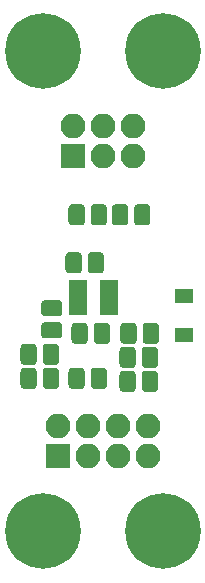
<source format=gbr>
G04 #@! TF.GenerationSoftware,KiCad,Pcbnew,(6.0.0-rc1-dev-205-gc0615c5ef)*
G04 #@! TF.CreationDate,2019-09-06T07:46:29+02:00*
G04 #@! TF.ProjectId,LT3483,4C54333438332E6B696361645F706362,v01*
G04 #@! TF.SameCoordinates,Original*
G04 #@! TF.FileFunction,Soldermask,Top*
G04 #@! TF.FilePolarity,Negative*
%FSLAX46Y46*%
G04 Gerber Fmt 4.6, Leading zero omitted, Abs format (unit mm)*
G04 Created by KiCad (PCBNEW (6.0.0-rc1-dev-205-gc0615c5ef)) date 09/06/19 07:46:29*
%MOMM*%
%LPD*%
G01*
G04 APERTURE LIST*
%ADD10R,1.600000X1.300000*%
%ADD11R,1.620000X1.050000*%
%ADD12C,0.100000*%
%ADD13C,1.375000*%
%ADD14C,6.400000*%
%ADD15R,2.100000X2.100000*%
%ADD16O,2.100000X2.100000*%
G04 APERTURE END LIST*
D10*
G04 #@! TO.C,D1*
X184658000Y-112142000D03*
X184658000Y-115442000D03*
G04 #@! TD*
D11*
G04 #@! TO.C,U1*
X175728000Y-111318000D03*
X175728000Y-112268000D03*
X175728000Y-113218000D03*
X178348000Y-113218000D03*
X178348000Y-112268000D03*
X178348000Y-111318000D03*
G04 #@! TD*
D12*
G04 #@! TO.C,C4*
G36*
X174071943Y-114376155D02*
X174105312Y-114381105D01*
X174138035Y-114389302D01*
X174169797Y-114400666D01*
X174200293Y-114415090D01*
X174229227Y-114432432D01*
X174256323Y-114452528D01*
X174281318Y-114475182D01*
X174303972Y-114500177D01*
X174324068Y-114527273D01*
X174341410Y-114556207D01*
X174355834Y-114586703D01*
X174367198Y-114618465D01*
X174375395Y-114651188D01*
X174380345Y-114684557D01*
X174382000Y-114718250D01*
X174382000Y-115405750D01*
X174380345Y-115439443D01*
X174375395Y-115472812D01*
X174367198Y-115505535D01*
X174355834Y-115537297D01*
X174341410Y-115567793D01*
X174324068Y-115596727D01*
X174303972Y-115623823D01*
X174281318Y-115648818D01*
X174256323Y-115671472D01*
X174229227Y-115691568D01*
X174200293Y-115708910D01*
X174169797Y-115723334D01*
X174138035Y-115734698D01*
X174105312Y-115742895D01*
X174071943Y-115747845D01*
X174038250Y-115749500D01*
X172925750Y-115749500D01*
X172892057Y-115747845D01*
X172858688Y-115742895D01*
X172825965Y-115734698D01*
X172794203Y-115723334D01*
X172763707Y-115708910D01*
X172734773Y-115691568D01*
X172707677Y-115671472D01*
X172682682Y-115648818D01*
X172660028Y-115623823D01*
X172639932Y-115596727D01*
X172622590Y-115567793D01*
X172608166Y-115537297D01*
X172596802Y-115505535D01*
X172588605Y-115472812D01*
X172583655Y-115439443D01*
X172582000Y-115405750D01*
X172582000Y-114718250D01*
X172583655Y-114684557D01*
X172588605Y-114651188D01*
X172596802Y-114618465D01*
X172608166Y-114586703D01*
X172622590Y-114556207D01*
X172639932Y-114527273D01*
X172660028Y-114500177D01*
X172682682Y-114475182D01*
X172707677Y-114452528D01*
X172734773Y-114432432D01*
X172763707Y-114415090D01*
X172794203Y-114400666D01*
X172825965Y-114389302D01*
X172858688Y-114381105D01*
X172892057Y-114376155D01*
X172925750Y-114374500D01*
X174038250Y-114374500D01*
X174071943Y-114376155D01*
X174071943Y-114376155D01*
G37*
D13*
X173482000Y-115062000D03*
D12*
G36*
X174071943Y-112501155D02*
X174105312Y-112506105D01*
X174138035Y-112514302D01*
X174169797Y-112525666D01*
X174200293Y-112540090D01*
X174229227Y-112557432D01*
X174256323Y-112577528D01*
X174281318Y-112600182D01*
X174303972Y-112625177D01*
X174324068Y-112652273D01*
X174341410Y-112681207D01*
X174355834Y-112711703D01*
X174367198Y-112743465D01*
X174375395Y-112776188D01*
X174380345Y-112809557D01*
X174382000Y-112843250D01*
X174382000Y-113530750D01*
X174380345Y-113564443D01*
X174375395Y-113597812D01*
X174367198Y-113630535D01*
X174355834Y-113662297D01*
X174341410Y-113692793D01*
X174324068Y-113721727D01*
X174303972Y-113748823D01*
X174281318Y-113773818D01*
X174256323Y-113796472D01*
X174229227Y-113816568D01*
X174200293Y-113833910D01*
X174169797Y-113848334D01*
X174138035Y-113859698D01*
X174105312Y-113867895D01*
X174071943Y-113872845D01*
X174038250Y-113874500D01*
X172925750Y-113874500D01*
X172892057Y-113872845D01*
X172858688Y-113867895D01*
X172825965Y-113859698D01*
X172794203Y-113848334D01*
X172763707Y-113833910D01*
X172734773Y-113816568D01*
X172707677Y-113796472D01*
X172682682Y-113773818D01*
X172660028Y-113748823D01*
X172639932Y-113721727D01*
X172622590Y-113692793D01*
X172608166Y-113662297D01*
X172596802Y-113630535D01*
X172588605Y-113597812D01*
X172583655Y-113564443D01*
X172582000Y-113530750D01*
X172582000Y-112843250D01*
X172583655Y-112809557D01*
X172588605Y-112776188D01*
X172596802Y-112743465D01*
X172608166Y-112711703D01*
X172622590Y-112681207D01*
X172639932Y-112652273D01*
X172660028Y-112625177D01*
X172682682Y-112600182D01*
X172707677Y-112577528D01*
X172734773Y-112557432D01*
X172763707Y-112540090D01*
X172794203Y-112525666D01*
X172825965Y-112514302D01*
X172858688Y-112506105D01*
X172892057Y-112501155D01*
X172925750Y-112499500D01*
X174038250Y-112499500D01*
X174071943Y-112501155D01*
X174071943Y-112501155D01*
G37*
D13*
X173482000Y-113187000D03*
G04 #@! TD*
D12*
G04 #@! TO.C,C2*
G36*
X179652943Y-104384655D02*
X179686312Y-104389605D01*
X179719035Y-104397802D01*
X179750797Y-104409166D01*
X179781293Y-104423590D01*
X179810227Y-104440932D01*
X179837323Y-104461028D01*
X179862318Y-104483682D01*
X179884972Y-104508677D01*
X179905068Y-104535773D01*
X179922410Y-104564707D01*
X179936834Y-104595203D01*
X179948198Y-104626965D01*
X179956395Y-104659688D01*
X179961345Y-104693057D01*
X179963000Y-104726750D01*
X179963000Y-105839250D01*
X179961345Y-105872943D01*
X179956395Y-105906312D01*
X179948198Y-105939035D01*
X179936834Y-105970797D01*
X179922410Y-106001293D01*
X179905068Y-106030227D01*
X179884972Y-106057323D01*
X179862318Y-106082318D01*
X179837323Y-106104972D01*
X179810227Y-106125068D01*
X179781293Y-106142410D01*
X179750797Y-106156834D01*
X179719035Y-106168198D01*
X179686312Y-106176395D01*
X179652943Y-106181345D01*
X179619250Y-106183000D01*
X178931750Y-106183000D01*
X178898057Y-106181345D01*
X178864688Y-106176395D01*
X178831965Y-106168198D01*
X178800203Y-106156834D01*
X178769707Y-106142410D01*
X178740773Y-106125068D01*
X178713677Y-106104972D01*
X178688682Y-106082318D01*
X178666028Y-106057323D01*
X178645932Y-106030227D01*
X178628590Y-106001293D01*
X178614166Y-105970797D01*
X178602802Y-105939035D01*
X178594605Y-105906312D01*
X178589655Y-105872943D01*
X178588000Y-105839250D01*
X178588000Y-104726750D01*
X178589655Y-104693057D01*
X178594605Y-104659688D01*
X178602802Y-104626965D01*
X178614166Y-104595203D01*
X178628590Y-104564707D01*
X178645932Y-104535773D01*
X178666028Y-104508677D01*
X178688682Y-104483682D01*
X178713677Y-104461028D01*
X178740773Y-104440932D01*
X178769707Y-104423590D01*
X178800203Y-104409166D01*
X178831965Y-104397802D01*
X178864688Y-104389605D01*
X178898057Y-104384655D01*
X178931750Y-104383000D01*
X179619250Y-104383000D01*
X179652943Y-104384655D01*
X179652943Y-104384655D01*
G37*
D13*
X179275500Y-105283000D03*
D12*
G36*
X181527943Y-104384655D02*
X181561312Y-104389605D01*
X181594035Y-104397802D01*
X181625797Y-104409166D01*
X181656293Y-104423590D01*
X181685227Y-104440932D01*
X181712323Y-104461028D01*
X181737318Y-104483682D01*
X181759972Y-104508677D01*
X181780068Y-104535773D01*
X181797410Y-104564707D01*
X181811834Y-104595203D01*
X181823198Y-104626965D01*
X181831395Y-104659688D01*
X181836345Y-104693057D01*
X181838000Y-104726750D01*
X181838000Y-105839250D01*
X181836345Y-105872943D01*
X181831395Y-105906312D01*
X181823198Y-105939035D01*
X181811834Y-105970797D01*
X181797410Y-106001293D01*
X181780068Y-106030227D01*
X181759972Y-106057323D01*
X181737318Y-106082318D01*
X181712323Y-106104972D01*
X181685227Y-106125068D01*
X181656293Y-106142410D01*
X181625797Y-106156834D01*
X181594035Y-106168198D01*
X181561312Y-106176395D01*
X181527943Y-106181345D01*
X181494250Y-106183000D01*
X180806750Y-106183000D01*
X180773057Y-106181345D01*
X180739688Y-106176395D01*
X180706965Y-106168198D01*
X180675203Y-106156834D01*
X180644707Y-106142410D01*
X180615773Y-106125068D01*
X180588677Y-106104972D01*
X180563682Y-106082318D01*
X180541028Y-106057323D01*
X180520932Y-106030227D01*
X180503590Y-106001293D01*
X180489166Y-105970797D01*
X180477802Y-105939035D01*
X180469605Y-105906312D01*
X180464655Y-105872943D01*
X180463000Y-105839250D01*
X180463000Y-104726750D01*
X180464655Y-104693057D01*
X180469605Y-104659688D01*
X180477802Y-104626965D01*
X180489166Y-104595203D01*
X180503590Y-104564707D01*
X180520932Y-104535773D01*
X180541028Y-104508677D01*
X180563682Y-104483682D01*
X180588677Y-104461028D01*
X180615773Y-104440932D01*
X180644707Y-104423590D01*
X180675203Y-104409166D01*
X180706965Y-104397802D01*
X180739688Y-104389605D01*
X180773057Y-104384655D01*
X180806750Y-104383000D01*
X181494250Y-104383000D01*
X181527943Y-104384655D01*
X181527943Y-104384655D01*
G37*
D13*
X181150500Y-105283000D03*
G04 #@! TD*
D12*
G04 #@! TO.C,C7*
G36*
X180287943Y-116449655D02*
X180321312Y-116454605D01*
X180354035Y-116462802D01*
X180385797Y-116474166D01*
X180416293Y-116488590D01*
X180445227Y-116505932D01*
X180472323Y-116526028D01*
X180497318Y-116548682D01*
X180519972Y-116573677D01*
X180540068Y-116600773D01*
X180557410Y-116629707D01*
X180571834Y-116660203D01*
X180583198Y-116691965D01*
X180591395Y-116724688D01*
X180596345Y-116758057D01*
X180598000Y-116791750D01*
X180598000Y-117904250D01*
X180596345Y-117937943D01*
X180591395Y-117971312D01*
X180583198Y-118004035D01*
X180571834Y-118035797D01*
X180557410Y-118066293D01*
X180540068Y-118095227D01*
X180519972Y-118122323D01*
X180497318Y-118147318D01*
X180472323Y-118169972D01*
X180445227Y-118190068D01*
X180416293Y-118207410D01*
X180385797Y-118221834D01*
X180354035Y-118233198D01*
X180321312Y-118241395D01*
X180287943Y-118246345D01*
X180254250Y-118248000D01*
X179566750Y-118248000D01*
X179533057Y-118246345D01*
X179499688Y-118241395D01*
X179466965Y-118233198D01*
X179435203Y-118221834D01*
X179404707Y-118207410D01*
X179375773Y-118190068D01*
X179348677Y-118169972D01*
X179323682Y-118147318D01*
X179301028Y-118122323D01*
X179280932Y-118095227D01*
X179263590Y-118066293D01*
X179249166Y-118035797D01*
X179237802Y-118004035D01*
X179229605Y-117971312D01*
X179224655Y-117937943D01*
X179223000Y-117904250D01*
X179223000Y-116791750D01*
X179224655Y-116758057D01*
X179229605Y-116724688D01*
X179237802Y-116691965D01*
X179249166Y-116660203D01*
X179263590Y-116629707D01*
X179280932Y-116600773D01*
X179301028Y-116573677D01*
X179323682Y-116548682D01*
X179348677Y-116526028D01*
X179375773Y-116505932D01*
X179404707Y-116488590D01*
X179435203Y-116474166D01*
X179466965Y-116462802D01*
X179499688Y-116454605D01*
X179533057Y-116449655D01*
X179566750Y-116448000D01*
X180254250Y-116448000D01*
X180287943Y-116449655D01*
X180287943Y-116449655D01*
G37*
D13*
X179910500Y-117348000D03*
D12*
G36*
X182162943Y-116449655D02*
X182196312Y-116454605D01*
X182229035Y-116462802D01*
X182260797Y-116474166D01*
X182291293Y-116488590D01*
X182320227Y-116505932D01*
X182347323Y-116526028D01*
X182372318Y-116548682D01*
X182394972Y-116573677D01*
X182415068Y-116600773D01*
X182432410Y-116629707D01*
X182446834Y-116660203D01*
X182458198Y-116691965D01*
X182466395Y-116724688D01*
X182471345Y-116758057D01*
X182473000Y-116791750D01*
X182473000Y-117904250D01*
X182471345Y-117937943D01*
X182466395Y-117971312D01*
X182458198Y-118004035D01*
X182446834Y-118035797D01*
X182432410Y-118066293D01*
X182415068Y-118095227D01*
X182394972Y-118122323D01*
X182372318Y-118147318D01*
X182347323Y-118169972D01*
X182320227Y-118190068D01*
X182291293Y-118207410D01*
X182260797Y-118221834D01*
X182229035Y-118233198D01*
X182196312Y-118241395D01*
X182162943Y-118246345D01*
X182129250Y-118248000D01*
X181441750Y-118248000D01*
X181408057Y-118246345D01*
X181374688Y-118241395D01*
X181341965Y-118233198D01*
X181310203Y-118221834D01*
X181279707Y-118207410D01*
X181250773Y-118190068D01*
X181223677Y-118169972D01*
X181198682Y-118147318D01*
X181176028Y-118122323D01*
X181155932Y-118095227D01*
X181138590Y-118066293D01*
X181124166Y-118035797D01*
X181112802Y-118004035D01*
X181104605Y-117971312D01*
X181099655Y-117937943D01*
X181098000Y-117904250D01*
X181098000Y-116791750D01*
X181099655Y-116758057D01*
X181104605Y-116724688D01*
X181112802Y-116691965D01*
X181124166Y-116660203D01*
X181138590Y-116629707D01*
X181155932Y-116600773D01*
X181176028Y-116573677D01*
X181198682Y-116548682D01*
X181223677Y-116526028D01*
X181250773Y-116505932D01*
X181279707Y-116488590D01*
X181310203Y-116474166D01*
X181341965Y-116462802D01*
X181374688Y-116454605D01*
X181408057Y-116449655D01*
X181441750Y-116448000D01*
X182129250Y-116448000D01*
X182162943Y-116449655D01*
X182162943Y-116449655D01*
G37*
D13*
X181785500Y-117348000D03*
G04 #@! TD*
D12*
G04 #@! TO.C,C6*
G36*
X171905943Y-118227655D02*
X171939312Y-118232605D01*
X171972035Y-118240802D01*
X172003797Y-118252166D01*
X172034293Y-118266590D01*
X172063227Y-118283932D01*
X172090323Y-118304028D01*
X172115318Y-118326682D01*
X172137972Y-118351677D01*
X172158068Y-118378773D01*
X172175410Y-118407707D01*
X172189834Y-118438203D01*
X172201198Y-118469965D01*
X172209395Y-118502688D01*
X172214345Y-118536057D01*
X172216000Y-118569750D01*
X172216000Y-119682250D01*
X172214345Y-119715943D01*
X172209395Y-119749312D01*
X172201198Y-119782035D01*
X172189834Y-119813797D01*
X172175410Y-119844293D01*
X172158068Y-119873227D01*
X172137972Y-119900323D01*
X172115318Y-119925318D01*
X172090323Y-119947972D01*
X172063227Y-119968068D01*
X172034293Y-119985410D01*
X172003797Y-119999834D01*
X171972035Y-120011198D01*
X171939312Y-120019395D01*
X171905943Y-120024345D01*
X171872250Y-120026000D01*
X171184750Y-120026000D01*
X171151057Y-120024345D01*
X171117688Y-120019395D01*
X171084965Y-120011198D01*
X171053203Y-119999834D01*
X171022707Y-119985410D01*
X170993773Y-119968068D01*
X170966677Y-119947972D01*
X170941682Y-119925318D01*
X170919028Y-119900323D01*
X170898932Y-119873227D01*
X170881590Y-119844293D01*
X170867166Y-119813797D01*
X170855802Y-119782035D01*
X170847605Y-119749312D01*
X170842655Y-119715943D01*
X170841000Y-119682250D01*
X170841000Y-118569750D01*
X170842655Y-118536057D01*
X170847605Y-118502688D01*
X170855802Y-118469965D01*
X170867166Y-118438203D01*
X170881590Y-118407707D01*
X170898932Y-118378773D01*
X170919028Y-118351677D01*
X170941682Y-118326682D01*
X170966677Y-118304028D01*
X170993773Y-118283932D01*
X171022707Y-118266590D01*
X171053203Y-118252166D01*
X171084965Y-118240802D01*
X171117688Y-118232605D01*
X171151057Y-118227655D01*
X171184750Y-118226000D01*
X171872250Y-118226000D01*
X171905943Y-118227655D01*
X171905943Y-118227655D01*
G37*
D13*
X171528500Y-119126000D03*
D12*
G36*
X173780943Y-118227655D02*
X173814312Y-118232605D01*
X173847035Y-118240802D01*
X173878797Y-118252166D01*
X173909293Y-118266590D01*
X173938227Y-118283932D01*
X173965323Y-118304028D01*
X173990318Y-118326682D01*
X174012972Y-118351677D01*
X174033068Y-118378773D01*
X174050410Y-118407707D01*
X174064834Y-118438203D01*
X174076198Y-118469965D01*
X174084395Y-118502688D01*
X174089345Y-118536057D01*
X174091000Y-118569750D01*
X174091000Y-119682250D01*
X174089345Y-119715943D01*
X174084395Y-119749312D01*
X174076198Y-119782035D01*
X174064834Y-119813797D01*
X174050410Y-119844293D01*
X174033068Y-119873227D01*
X174012972Y-119900323D01*
X173990318Y-119925318D01*
X173965323Y-119947972D01*
X173938227Y-119968068D01*
X173909293Y-119985410D01*
X173878797Y-119999834D01*
X173847035Y-120011198D01*
X173814312Y-120019395D01*
X173780943Y-120024345D01*
X173747250Y-120026000D01*
X173059750Y-120026000D01*
X173026057Y-120024345D01*
X172992688Y-120019395D01*
X172959965Y-120011198D01*
X172928203Y-119999834D01*
X172897707Y-119985410D01*
X172868773Y-119968068D01*
X172841677Y-119947972D01*
X172816682Y-119925318D01*
X172794028Y-119900323D01*
X172773932Y-119873227D01*
X172756590Y-119844293D01*
X172742166Y-119813797D01*
X172730802Y-119782035D01*
X172722605Y-119749312D01*
X172717655Y-119715943D01*
X172716000Y-119682250D01*
X172716000Y-118569750D01*
X172717655Y-118536057D01*
X172722605Y-118502688D01*
X172730802Y-118469965D01*
X172742166Y-118438203D01*
X172756590Y-118407707D01*
X172773932Y-118378773D01*
X172794028Y-118351677D01*
X172816682Y-118326682D01*
X172841677Y-118304028D01*
X172868773Y-118283932D01*
X172897707Y-118266590D01*
X172928203Y-118252166D01*
X172959965Y-118240802D01*
X172992688Y-118232605D01*
X173026057Y-118227655D01*
X173059750Y-118226000D01*
X173747250Y-118226000D01*
X173780943Y-118227655D01*
X173780943Y-118227655D01*
G37*
D13*
X173403500Y-119126000D03*
G04 #@! TD*
D12*
G04 #@! TO.C,R3*
G36*
X175969943Y-118227655D02*
X176003312Y-118232605D01*
X176036035Y-118240802D01*
X176067797Y-118252166D01*
X176098293Y-118266590D01*
X176127227Y-118283932D01*
X176154323Y-118304028D01*
X176179318Y-118326682D01*
X176201972Y-118351677D01*
X176222068Y-118378773D01*
X176239410Y-118407707D01*
X176253834Y-118438203D01*
X176265198Y-118469965D01*
X176273395Y-118502688D01*
X176278345Y-118536057D01*
X176280000Y-118569750D01*
X176280000Y-119682250D01*
X176278345Y-119715943D01*
X176273395Y-119749312D01*
X176265198Y-119782035D01*
X176253834Y-119813797D01*
X176239410Y-119844293D01*
X176222068Y-119873227D01*
X176201972Y-119900323D01*
X176179318Y-119925318D01*
X176154323Y-119947972D01*
X176127227Y-119968068D01*
X176098293Y-119985410D01*
X176067797Y-119999834D01*
X176036035Y-120011198D01*
X176003312Y-120019395D01*
X175969943Y-120024345D01*
X175936250Y-120026000D01*
X175248750Y-120026000D01*
X175215057Y-120024345D01*
X175181688Y-120019395D01*
X175148965Y-120011198D01*
X175117203Y-119999834D01*
X175086707Y-119985410D01*
X175057773Y-119968068D01*
X175030677Y-119947972D01*
X175005682Y-119925318D01*
X174983028Y-119900323D01*
X174962932Y-119873227D01*
X174945590Y-119844293D01*
X174931166Y-119813797D01*
X174919802Y-119782035D01*
X174911605Y-119749312D01*
X174906655Y-119715943D01*
X174905000Y-119682250D01*
X174905000Y-118569750D01*
X174906655Y-118536057D01*
X174911605Y-118502688D01*
X174919802Y-118469965D01*
X174931166Y-118438203D01*
X174945590Y-118407707D01*
X174962932Y-118378773D01*
X174983028Y-118351677D01*
X175005682Y-118326682D01*
X175030677Y-118304028D01*
X175057773Y-118283932D01*
X175086707Y-118266590D01*
X175117203Y-118252166D01*
X175148965Y-118240802D01*
X175181688Y-118232605D01*
X175215057Y-118227655D01*
X175248750Y-118226000D01*
X175936250Y-118226000D01*
X175969943Y-118227655D01*
X175969943Y-118227655D01*
G37*
D13*
X175592500Y-119126000D03*
D12*
G36*
X177844943Y-118227655D02*
X177878312Y-118232605D01*
X177911035Y-118240802D01*
X177942797Y-118252166D01*
X177973293Y-118266590D01*
X178002227Y-118283932D01*
X178029323Y-118304028D01*
X178054318Y-118326682D01*
X178076972Y-118351677D01*
X178097068Y-118378773D01*
X178114410Y-118407707D01*
X178128834Y-118438203D01*
X178140198Y-118469965D01*
X178148395Y-118502688D01*
X178153345Y-118536057D01*
X178155000Y-118569750D01*
X178155000Y-119682250D01*
X178153345Y-119715943D01*
X178148395Y-119749312D01*
X178140198Y-119782035D01*
X178128834Y-119813797D01*
X178114410Y-119844293D01*
X178097068Y-119873227D01*
X178076972Y-119900323D01*
X178054318Y-119925318D01*
X178029323Y-119947972D01*
X178002227Y-119968068D01*
X177973293Y-119985410D01*
X177942797Y-119999834D01*
X177911035Y-120011198D01*
X177878312Y-120019395D01*
X177844943Y-120024345D01*
X177811250Y-120026000D01*
X177123750Y-120026000D01*
X177090057Y-120024345D01*
X177056688Y-120019395D01*
X177023965Y-120011198D01*
X176992203Y-119999834D01*
X176961707Y-119985410D01*
X176932773Y-119968068D01*
X176905677Y-119947972D01*
X176880682Y-119925318D01*
X176858028Y-119900323D01*
X176837932Y-119873227D01*
X176820590Y-119844293D01*
X176806166Y-119813797D01*
X176794802Y-119782035D01*
X176786605Y-119749312D01*
X176781655Y-119715943D01*
X176780000Y-119682250D01*
X176780000Y-118569750D01*
X176781655Y-118536057D01*
X176786605Y-118502688D01*
X176794802Y-118469965D01*
X176806166Y-118438203D01*
X176820590Y-118407707D01*
X176837932Y-118378773D01*
X176858028Y-118351677D01*
X176880682Y-118326682D01*
X176905677Y-118304028D01*
X176932773Y-118283932D01*
X176961707Y-118266590D01*
X176992203Y-118252166D01*
X177023965Y-118240802D01*
X177056688Y-118232605D01*
X177090057Y-118227655D01*
X177123750Y-118226000D01*
X177811250Y-118226000D01*
X177844943Y-118227655D01*
X177844943Y-118227655D01*
G37*
D13*
X177467500Y-119126000D03*
G04 #@! TD*
D12*
G04 #@! TO.C,R2*
G36*
X176223943Y-114417655D02*
X176257312Y-114422605D01*
X176290035Y-114430802D01*
X176321797Y-114442166D01*
X176352293Y-114456590D01*
X176381227Y-114473932D01*
X176408323Y-114494028D01*
X176433318Y-114516682D01*
X176455972Y-114541677D01*
X176476068Y-114568773D01*
X176493410Y-114597707D01*
X176507834Y-114628203D01*
X176519198Y-114659965D01*
X176527395Y-114692688D01*
X176532345Y-114726057D01*
X176534000Y-114759750D01*
X176534000Y-115872250D01*
X176532345Y-115905943D01*
X176527395Y-115939312D01*
X176519198Y-115972035D01*
X176507834Y-116003797D01*
X176493410Y-116034293D01*
X176476068Y-116063227D01*
X176455972Y-116090323D01*
X176433318Y-116115318D01*
X176408323Y-116137972D01*
X176381227Y-116158068D01*
X176352293Y-116175410D01*
X176321797Y-116189834D01*
X176290035Y-116201198D01*
X176257312Y-116209395D01*
X176223943Y-116214345D01*
X176190250Y-116216000D01*
X175502750Y-116216000D01*
X175469057Y-116214345D01*
X175435688Y-116209395D01*
X175402965Y-116201198D01*
X175371203Y-116189834D01*
X175340707Y-116175410D01*
X175311773Y-116158068D01*
X175284677Y-116137972D01*
X175259682Y-116115318D01*
X175237028Y-116090323D01*
X175216932Y-116063227D01*
X175199590Y-116034293D01*
X175185166Y-116003797D01*
X175173802Y-115972035D01*
X175165605Y-115939312D01*
X175160655Y-115905943D01*
X175159000Y-115872250D01*
X175159000Y-114759750D01*
X175160655Y-114726057D01*
X175165605Y-114692688D01*
X175173802Y-114659965D01*
X175185166Y-114628203D01*
X175199590Y-114597707D01*
X175216932Y-114568773D01*
X175237028Y-114541677D01*
X175259682Y-114516682D01*
X175284677Y-114494028D01*
X175311773Y-114473932D01*
X175340707Y-114456590D01*
X175371203Y-114442166D01*
X175402965Y-114430802D01*
X175435688Y-114422605D01*
X175469057Y-114417655D01*
X175502750Y-114416000D01*
X176190250Y-114416000D01*
X176223943Y-114417655D01*
X176223943Y-114417655D01*
G37*
D13*
X175846500Y-115316000D03*
D12*
G36*
X178098943Y-114417655D02*
X178132312Y-114422605D01*
X178165035Y-114430802D01*
X178196797Y-114442166D01*
X178227293Y-114456590D01*
X178256227Y-114473932D01*
X178283323Y-114494028D01*
X178308318Y-114516682D01*
X178330972Y-114541677D01*
X178351068Y-114568773D01*
X178368410Y-114597707D01*
X178382834Y-114628203D01*
X178394198Y-114659965D01*
X178402395Y-114692688D01*
X178407345Y-114726057D01*
X178409000Y-114759750D01*
X178409000Y-115872250D01*
X178407345Y-115905943D01*
X178402395Y-115939312D01*
X178394198Y-115972035D01*
X178382834Y-116003797D01*
X178368410Y-116034293D01*
X178351068Y-116063227D01*
X178330972Y-116090323D01*
X178308318Y-116115318D01*
X178283323Y-116137972D01*
X178256227Y-116158068D01*
X178227293Y-116175410D01*
X178196797Y-116189834D01*
X178165035Y-116201198D01*
X178132312Y-116209395D01*
X178098943Y-116214345D01*
X178065250Y-116216000D01*
X177377750Y-116216000D01*
X177344057Y-116214345D01*
X177310688Y-116209395D01*
X177277965Y-116201198D01*
X177246203Y-116189834D01*
X177215707Y-116175410D01*
X177186773Y-116158068D01*
X177159677Y-116137972D01*
X177134682Y-116115318D01*
X177112028Y-116090323D01*
X177091932Y-116063227D01*
X177074590Y-116034293D01*
X177060166Y-116003797D01*
X177048802Y-115972035D01*
X177040605Y-115939312D01*
X177035655Y-115905943D01*
X177034000Y-115872250D01*
X177034000Y-114759750D01*
X177035655Y-114726057D01*
X177040605Y-114692688D01*
X177048802Y-114659965D01*
X177060166Y-114628203D01*
X177074590Y-114597707D01*
X177091932Y-114568773D01*
X177112028Y-114541677D01*
X177134682Y-114516682D01*
X177159677Y-114494028D01*
X177186773Y-114473932D01*
X177215707Y-114456590D01*
X177246203Y-114442166D01*
X177277965Y-114430802D01*
X177310688Y-114422605D01*
X177344057Y-114417655D01*
X177377750Y-114416000D01*
X178065250Y-114416000D01*
X178098943Y-114417655D01*
X178098943Y-114417655D01*
G37*
D13*
X177721500Y-115316000D03*
G04 #@! TD*
D12*
G04 #@! TO.C,C1*
G36*
X175969943Y-104384655D02*
X176003312Y-104389605D01*
X176036035Y-104397802D01*
X176067797Y-104409166D01*
X176098293Y-104423590D01*
X176127227Y-104440932D01*
X176154323Y-104461028D01*
X176179318Y-104483682D01*
X176201972Y-104508677D01*
X176222068Y-104535773D01*
X176239410Y-104564707D01*
X176253834Y-104595203D01*
X176265198Y-104626965D01*
X176273395Y-104659688D01*
X176278345Y-104693057D01*
X176280000Y-104726750D01*
X176280000Y-105839250D01*
X176278345Y-105872943D01*
X176273395Y-105906312D01*
X176265198Y-105939035D01*
X176253834Y-105970797D01*
X176239410Y-106001293D01*
X176222068Y-106030227D01*
X176201972Y-106057323D01*
X176179318Y-106082318D01*
X176154323Y-106104972D01*
X176127227Y-106125068D01*
X176098293Y-106142410D01*
X176067797Y-106156834D01*
X176036035Y-106168198D01*
X176003312Y-106176395D01*
X175969943Y-106181345D01*
X175936250Y-106183000D01*
X175248750Y-106183000D01*
X175215057Y-106181345D01*
X175181688Y-106176395D01*
X175148965Y-106168198D01*
X175117203Y-106156834D01*
X175086707Y-106142410D01*
X175057773Y-106125068D01*
X175030677Y-106104972D01*
X175005682Y-106082318D01*
X174983028Y-106057323D01*
X174962932Y-106030227D01*
X174945590Y-106001293D01*
X174931166Y-105970797D01*
X174919802Y-105939035D01*
X174911605Y-105906312D01*
X174906655Y-105872943D01*
X174905000Y-105839250D01*
X174905000Y-104726750D01*
X174906655Y-104693057D01*
X174911605Y-104659688D01*
X174919802Y-104626965D01*
X174931166Y-104595203D01*
X174945590Y-104564707D01*
X174962932Y-104535773D01*
X174983028Y-104508677D01*
X175005682Y-104483682D01*
X175030677Y-104461028D01*
X175057773Y-104440932D01*
X175086707Y-104423590D01*
X175117203Y-104409166D01*
X175148965Y-104397802D01*
X175181688Y-104389605D01*
X175215057Y-104384655D01*
X175248750Y-104383000D01*
X175936250Y-104383000D01*
X175969943Y-104384655D01*
X175969943Y-104384655D01*
G37*
D13*
X175592500Y-105283000D03*
D12*
G36*
X177844943Y-104384655D02*
X177878312Y-104389605D01*
X177911035Y-104397802D01*
X177942797Y-104409166D01*
X177973293Y-104423590D01*
X178002227Y-104440932D01*
X178029323Y-104461028D01*
X178054318Y-104483682D01*
X178076972Y-104508677D01*
X178097068Y-104535773D01*
X178114410Y-104564707D01*
X178128834Y-104595203D01*
X178140198Y-104626965D01*
X178148395Y-104659688D01*
X178153345Y-104693057D01*
X178155000Y-104726750D01*
X178155000Y-105839250D01*
X178153345Y-105872943D01*
X178148395Y-105906312D01*
X178140198Y-105939035D01*
X178128834Y-105970797D01*
X178114410Y-106001293D01*
X178097068Y-106030227D01*
X178076972Y-106057323D01*
X178054318Y-106082318D01*
X178029323Y-106104972D01*
X178002227Y-106125068D01*
X177973293Y-106142410D01*
X177942797Y-106156834D01*
X177911035Y-106168198D01*
X177878312Y-106176395D01*
X177844943Y-106181345D01*
X177811250Y-106183000D01*
X177123750Y-106183000D01*
X177090057Y-106181345D01*
X177056688Y-106176395D01*
X177023965Y-106168198D01*
X176992203Y-106156834D01*
X176961707Y-106142410D01*
X176932773Y-106125068D01*
X176905677Y-106104972D01*
X176880682Y-106082318D01*
X176858028Y-106057323D01*
X176837932Y-106030227D01*
X176820590Y-106001293D01*
X176806166Y-105970797D01*
X176794802Y-105939035D01*
X176786605Y-105906312D01*
X176781655Y-105872943D01*
X176780000Y-105839250D01*
X176780000Y-104726750D01*
X176781655Y-104693057D01*
X176786605Y-104659688D01*
X176794802Y-104626965D01*
X176806166Y-104595203D01*
X176820590Y-104564707D01*
X176837932Y-104535773D01*
X176858028Y-104508677D01*
X176880682Y-104483682D01*
X176905677Y-104461028D01*
X176932773Y-104440932D01*
X176961707Y-104423590D01*
X176992203Y-104409166D01*
X177023965Y-104397802D01*
X177056688Y-104389605D01*
X177090057Y-104384655D01*
X177123750Y-104383000D01*
X177811250Y-104383000D01*
X177844943Y-104384655D01*
X177844943Y-104384655D01*
G37*
D13*
X177467500Y-105283000D03*
G04 #@! TD*
D12*
G04 #@! TO.C,C3*
G36*
X177590943Y-108448655D02*
X177624312Y-108453605D01*
X177657035Y-108461802D01*
X177688797Y-108473166D01*
X177719293Y-108487590D01*
X177748227Y-108504932D01*
X177775323Y-108525028D01*
X177800318Y-108547682D01*
X177822972Y-108572677D01*
X177843068Y-108599773D01*
X177860410Y-108628707D01*
X177874834Y-108659203D01*
X177886198Y-108690965D01*
X177894395Y-108723688D01*
X177899345Y-108757057D01*
X177901000Y-108790750D01*
X177901000Y-109903250D01*
X177899345Y-109936943D01*
X177894395Y-109970312D01*
X177886198Y-110003035D01*
X177874834Y-110034797D01*
X177860410Y-110065293D01*
X177843068Y-110094227D01*
X177822972Y-110121323D01*
X177800318Y-110146318D01*
X177775323Y-110168972D01*
X177748227Y-110189068D01*
X177719293Y-110206410D01*
X177688797Y-110220834D01*
X177657035Y-110232198D01*
X177624312Y-110240395D01*
X177590943Y-110245345D01*
X177557250Y-110247000D01*
X176869750Y-110247000D01*
X176836057Y-110245345D01*
X176802688Y-110240395D01*
X176769965Y-110232198D01*
X176738203Y-110220834D01*
X176707707Y-110206410D01*
X176678773Y-110189068D01*
X176651677Y-110168972D01*
X176626682Y-110146318D01*
X176604028Y-110121323D01*
X176583932Y-110094227D01*
X176566590Y-110065293D01*
X176552166Y-110034797D01*
X176540802Y-110003035D01*
X176532605Y-109970312D01*
X176527655Y-109936943D01*
X176526000Y-109903250D01*
X176526000Y-108790750D01*
X176527655Y-108757057D01*
X176532605Y-108723688D01*
X176540802Y-108690965D01*
X176552166Y-108659203D01*
X176566590Y-108628707D01*
X176583932Y-108599773D01*
X176604028Y-108572677D01*
X176626682Y-108547682D01*
X176651677Y-108525028D01*
X176678773Y-108504932D01*
X176707707Y-108487590D01*
X176738203Y-108473166D01*
X176769965Y-108461802D01*
X176802688Y-108453605D01*
X176836057Y-108448655D01*
X176869750Y-108447000D01*
X177557250Y-108447000D01*
X177590943Y-108448655D01*
X177590943Y-108448655D01*
G37*
D13*
X177213500Y-109347000D03*
D12*
G36*
X175715943Y-108448655D02*
X175749312Y-108453605D01*
X175782035Y-108461802D01*
X175813797Y-108473166D01*
X175844293Y-108487590D01*
X175873227Y-108504932D01*
X175900323Y-108525028D01*
X175925318Y-108547682D01*
X175947972Y-108572677D01*
X175968068Y-108599773D01*
X175985410Y-108628707D01*
X175999834Y-108659203D01*
X176011198Y-108690965D01*
X176019395Y-108723688D01*
X176024345Y-108757057D01*
X176026000Y-108790750D01*
X176026000Y-109903250D01*
X176024345Y-109936943D01*
X176019395Y-109970312D01*
X176011198Y-110003035D01*
X175999834Y-110034797D01*
X175985410Y-110065293D01*
X175968068Y-110094227D01*
X175947972Y-110121323D01*
X175925318Y-110146318D01*
X175900323Y-110168972D01*
X175873227Y-110189068D01*
X175844293Y-110206410D01*
X175813797Y-110220834D01*
X175782035Y-110232198D01*
X175749312Y-110240395D01*
X175715943Y-110245345D01*
X175682250Y-110247000D01*
X174994750Y-110247000D01*
X174961057Y-110245345D01*
X174927688Y-110240395D01*
X174894965Y-110232198D01*
X174863203Y-110220834D01*
X174832707Y-110206410D01*
X174803773Y-110189068D01*
X174776677Y-110168972D01*
X174751682Y-110146318D01*
X174729028Y-110121323D01*
X174708932Y-110094227D01*
X174691590Y-110065293D01*
X174677166Y-110034797D01*
X174665802Y-110003035D01*
X174657605Y-109970312D01*
X174652655Y-109936943D01*
X174651000Y-109903250D01*
X174651000Y-108790750D01*
X174652655Y-108757057D01*
X174657605Y-108723688D01*
X174665802Y-108690965D01*
X174677166Y-108659203D01*
X174691590Y-108628707D01*
X174708932Y-108599773D01*
X174729028Y-108572677D01*
X174751682Y-108547682D01*
X174776677Y-108525028D01*
X174803773Y-108504932D01*
X174832707Y-108487590D01*
X174863203Y-108473166D01*
X174894965Y-108461802D01*
X174927688Y-108453605D01*
X174961057Y-108448655D01*
X174994750Y-108447000D01*
X175682250Y-108447000D01*
X175715943Y-108448655D01*
X175715943Y-108448655D01*
G37*
D13*
X175338500Y-109347000D03*
G04 #@! TD*
D12*
G04 #@! TO.C,C5*
G36*
X173780943Y-116195655D02*
X173814312Y-116200605D01*
X173847035Y-116208802D01*
X173878797Y-116220166D01*
X173909293Y-116234590D01*
X173938227Y-116251932D01*
X173965323Y-116272028D01*
X173990318Y-116294682D01*
X174012972Y-116319677D01*
X174033068Y-116346773D01*
X174050410Y-116375707D01*
X174064834Y-116406203D01*
X174076198Y-116437965D01*
X174084395Y-116470688D01*
X174089345Y-116504057D01*
X174091000Y-116537750D01*
X174091000Y-117650250D01*
X174089345Y-117683943D01*
X174084395Y-117717312D01*
X174076198Y-117750035D01*
X174064834Y-117781797D01*
X174050410Y-117812293D01*
X174033068Y-117841227D01*
X174012972Y-117868323D01*
X173990318Y-117893318D01*
X173965323Y-117915972D01*
X173938227Y-117936068D01*
X173909293Y-117953410D01*
X173878797Y-117967834D01*
X173847035Y-117979198D01*
X173814312Y-117987395D01*
X173780943Y-117992345D01*
X173747250Y-117994000D01*
X173059750Y-117994000D01*
X173026057Y-117992345D01*
X172992688Y-117987395D01*
X172959965Y-117979198D01*
X172928203Y-117967834D01*
X172897707Y-117953410D01*
X172868773Y-117936068D01*
X172841677Y-117915972D01*
X172816682Y-117893318D01*
X172794028Y-117868323D01*
X172773932Y-117841227D01*
X172756590Y-117812293D01*
X172742166Y-117781797D01*
X172730802Y-117750035D01*
X172722605Y-117717312D01*
X172717655Y-117683943D01*
X172716000Y-117650250D01*
X172716000Y-116537750D01*
X172717655Y-116504057D01*
X172722605Y-116470688D01*
X172730802Y-116437965D01*
X172742166Y-116406203D01*
X172756590Y-116375707D01*
X172773932Y-116346773D01*
X172794028Y-116319677D01*
X172816682Y-116294682D01*
X172841677Y-116272028D01*
X172868773Y-116251932D01*
X172897707Y-116234590D01*
X172928203Y-116220166D01*
X172959965Y-116208802D01*
X172992688Y-116200605D01*
X173026057Y-116195655D01*
X173059750Y-116194000D01*
X173747250Y-116194000D01*
X173780943Y-116195655D01*
X173780943Y-116195655D01*
G37*
D13*
X173403500Y-117094000D03*
D12*
G36*
X171905943Y-116195655D02*
X171939312Y-116200605D01*
X171972035Y-116208802D01*
X172003797Y-116220166D01*
X172034293Y-116234590D01*
X172063227Y-116251932D01*
X172090323Y-116272028D01*
X172115318Y-116294682D01*
X172137972Y-116319677D01*
X172158068Y-116346773D01*
X172175410Y-116375707D01*
X172189834Y-116406203D01*
X172201198Y-116437965D01*
X172209395Y-116470688D01*
X172214345Y-116504057D01*
X172216000Y-116537750D01*
X172216000Y-117650250D01*
X172214345Y-117683943D01*
X172209395Y-117717312D01*
X172201198Y-117750035D01*
X172189834Y-117781797D01*
X172175410Y-117812293D01*
X172158068Y-117841227D01*
X172137972Y-117868323D01*
X172115318Y-117893318D01*
X172090323Y-117915972D01*
X172063227Y-117936068D01*
X172034293Y-117953410D01*
X172003797Y-117967834D01*
X171972035Y-117979198D01*
X171939312Y-117987395D01*
X171905943Y-117992345D01*
X171872250Y-117994000D01*
X171184750Y-117994000D01*
X171151057Y-117992345D01*
X171117688Y-117987395D01*
X171084965Y-117979198D01*
X171053203Y-117967834D01*
X171022707Y-117953410D01*
X170993773Y-117936068D01*
X170966677Y-117915972D01*
X170941682Y-117893318D01*
X170919028Y-117868323D01*
X170898932Y-117841227D01*
X170881590Y-117812293D01*
X170867166Y-117781797D01*
X170855802Y-117750035D01*
X170847605Y-117717312D01*
X170842655Y-117683943D01*
X170841000Y-117650250D01*
X170841000Y-116537750D01*
X170842655Y-116504057D01*
X170847605Y-116470688D01*
X170855802Y-116437965D01*
X170867166Y-116406203D01*
X170881590Y-116375707D01*
X170898932Y-116346773D01*
X170919028Y-116319677D01*
X170941682Y-116294682D01*
X170966677Y-116272028D01*
X170993773Y-116251932D01*
X171022707Y-116234590D01*
X171053203Y-116220166D01*
X171084965Y-116208802D01*
X171117688Y-116200605D01*
X171151057Y-116195655D01*
X171184750Y-116194000D01*
X171872250Y-116194000D01*
X171905943Y-116195655D01*
X171905943Y-116195655D01*
G37*
D13*
X171528500Y-117094000D03*
G04 #@! TD*
D12*
G04 #@! TO.C,C8*
G36*
X182162943Y-118481655D02*
X182196312Y-118486605D01*
X182229035Y-118494802D01*
X182260797Y-118506166D01*
X182291293Y-118520590D01*
X182320227Y-118537932D01*
X182347323Y-118558028D01*
X182372318Y-118580682D01*
X182394972Y-118605677D01*
X182415068Y-118632773D01*
X182432410Y-118661707D01*
X182446834Y-118692203D01*
X182458198Y-118723965D01*
X182466395Y-118756688D01*
X182471345Y-118790057D01*
X182473000Y-118823750D01*
X182473000Y-119936250D01*
X182471345Y-119969943D01*
X182466395Y-120003312D01*
X182458198Y-120036035D01*
X182446834Y-120067797D01*
X182432410Y-120098293D01*
X182415068Y-120127227D01*
X182394972Y-120154323D01*
X182372318Y-120179318D01*
X182347323Y-120201972D01*
X182320227Y-120222068D01*
X182291293Y-120239410D01*
X182260797Y-120253834D01*
X182229035Y-120265198D01*
X182196312Y-120273395D01*
X182162943Y-120278345D01*
X182129250Y-120280000D01*
X181441750Y-120280000D01*
X181408057Y-120278345D01*
X181374688Y-120273395D01*
X181341965Y-120265198D01*
X181310203Y-120253834D01*
X181279707Y-120239410D01*
X181250773Y-120222068D01*
X181223677Y-120201972D01*
X181198682Y-120179318D01*
X181176028Y-120154323D01*
X181155932Y-120127227D01*
X181138590Y-120098293D01*
X181124166Y-120067797D01*
X181112802Y-120036035D01*
X181104605Y-120003312D01*
X181099655Y-119969943D01*
X181098000Y-119936250D01*
X181098000Y-118823750D01*
X181099655Y-118790057D01*
X181104605Y-118756688D01*
X181112802Y-118723965D01*
X181124166Y-118692203D01*
X181138590Y-118661707D01*
X181155932Y-118632773D01*
X181176028Y-118605677D01*
X181198682Y-118580682D01*
X181223677Y-118558028D01*
X181250773Y-118537932D01*
X181279707Y-118520590D01*
X181310203Y-118506166D01*
X181341965Y-118494802D01*
X181374688Y-118486605D01*
X181408057Y-118481655D01*
X181441750Y-118480000D01*
X182129250Y-118480000D01*
X182162943Y-118481655D01*
X182162943Y-118481655D01*
G37*
D13*
X181785500Y-119380000D03*
D12*
G36*
X180287943Y-118481655D02*
X180321312Y-118486605D01*
X180354035Y-118494802D01*
X180385797Y-118506166D01*
X180416293Y-118520590D01*
X180445227Y-118537932D01*
X180472323Y-118558028D01*
X180497318Y-118580682D01*
X180519972Y-118605677D01*
X180540068Y-118632773D01*
X180557410Y-118661707D01*
X180571834Y-118692203D01*
X180583198Y-118723965D01*
X180591395Y-118756688D01*
X180596345Y-118790057D01*
X180598000Y-118823750D01*
X180598000Y-119936250D01*
X180596345Y-119969943D01*
X180591395Y-120003312D01*
X180583198Y-120036035D01*
X180571834Y-120067797D01*
X180557410Y-120098293D01*
X180540068Y-120127227D01*
X180519972Y-120154323D01*
X180497318Y-120179318D01*
X180472323Y-120201972D01*
X180445227Y-120222068D01*
X180416293Y-120239410D01*
X180385797Y-120253834D01*
X180354035Y-120265198D01*
X180321312Y-120273395D01*
X180287943Y-120278345D01*
X180254250Y-120280000D01*
X179566750Y-120280000D01*
X179533057Y-120278345D01*
X179499688Y-120273395D01*
X179466965Y-120265198D01*
X179435203Y-120253834D01*
X179404707Y-120239410D01*
X179375773Y-120222068D01*
X179348677Y-120201972D01*
X179323682Y-120179318D01*
X179301028Y-120154323D01*
X179280932Y-120127227D01*
X179263590Y-120098293D01*
X179249166Y-120067797D01*
X179237802Y-120036035D01*
X179229605Y-120003312D01*
X179224655Y-119969943D01*
X179223000Y-119936250D01*
X179223000Y-118823750D01*
X179224655Y-118790057D01*
X179229605Y-118756688D01*
X179237802Y-118723965D01*
X179249166Y-118692203D01*
X179263590Y-118661707D01*
X179280932Y-118632773D01*
X179301028Y-118605677D01*
X179323682Y-118580682D01*
X179348677Y-118558028D01*
X179375773Y-118537932D01*
X179404707Y-118520590D01*
X179435203Y-118506166D01*
X179466965Y-118494802D01*
X179499688Y-118486605D01*
X179533057Y-118481655D01*
X179566750Y-118480000D01*
X180254250Y-118480000D01*
X180287943Y-118481655D01*
X180287943Y-118481655D01*
G37*
D13*
X179910500Y-119380000D03*
G04 #@! TD*
D12*
G04 #@! TO.C,R1*
G36*
X182241443Y-114417655D02*
X182274812Y-114422605D01*
X182307535Y-114430802D01*
X182339297Y-114442166D01*
X182369793Y-114456590D01*
X182398727Y-114473932D01*
X182425823Y-114494028D01*
X182450818Y-114516682D01*
X182473472Y-114541677D01*
X182493568Y-114568773D01*
X182510910Y-114597707D01*
X182525334Y-114628203D01*
X182536698Y-114659965D01*
X182544895Y-114692688D01*
X182549845Y-114726057D01*
X182551500Y-114759750D01*
X182551500Y-115872250D01*
X182549845Y-115905943D01*
X182544895Y-115939312D01*
X182536698Y-115972035D01*
X182525334Y-116003797D01*
X182510910Y-116034293D01*
X182493568Y-116063227D01*
X182473472Y-116090323D01*
X182450818Y-116115318D01*
X182425823Y-116137972D01*
X182398727Y-116158068D01*
X182369793Y-116175410D01*
X182339297Y-116189834D01*
X182307535Y-116201198D01*
X182274812Y-116209395D01*
X182241443Y-116214345D01*
X182207750Y-116216000D01*
X181520250Y-116216000D01*
X181486557Y-116214345D01*
X181453188Y-116209395D01*
X181420465Y-116201198D01*
X181388703Y-116189834D01*
X181358207Y-116175410D01*
X181329273Y-116158068D01*
X181302177Y-116137972D01*
X181277182Y-116115318D01*
X181254528Y-116090323D01*
X181234432Y-116063227D01*
X181217090Y-116034293D01*
X181202666Y-116003797D01*
X181191302Y-115972035D01*
X181183105Y-115939312D01*
X181178155Y-115905943D01*
X181176500Y-115872250D01*
X181176500Y-114759750D01*
X181178155Y-114726057D01*
X181183105Y-114692688D01*
X181191302Y-114659965D01*
X181202666Y-114628203D01*
X181217090Y-114597707D01*
X181234432Y-114568773D01*
X181254528Y-114541677D01*
X181277182Y-114516682D01*
X181302177Y-114494028D01*
X181329273Y-114473932D01*
X181358207Y-114456590D01*
X181388703Y-114442166D01*
X181420465Y-114430802D01*
X181453188Y-114422605D01*
X181486557Y-114417655D01*
X181520250Y-114416000D01*
X182207750Y-114416000D01*
X182241443Y-114417655D01*
X182241443Y-114417655D01*
G37*
D13*
X181864000Y-115316000D03*
D12*
G36*
X180366443Y-114417655D02*
X180399812Y-114422605D01*
X180432535Y-114430802D01*
X180464297Y-114442166D01*
X180494793Y-114456590D01*
X180523727Y-114473932D01*
X180550823Y-114494028D01*
X180575818Y-114516682D01*
X180598472Y-114541677D01*
X180618568Y-114568773D01*
X180635910Y-114597707D01*
X180650334Y-114628203D01*
X180661698Y-114659965D01*
X180669895Y-114692688D01*
X180674845Y-114726057D01*
X180676500Y-114759750D01*
X180676500Y-115872250D01*
X180674845Y-115905943D01*
X180669895Y-115939312D01*
X180661698Y-115972035D01*
X180650334Y-116003797D01*
X180635910Y-116034293D01*
X180618568Y-116063227D01*
X180598472Y-116090323D01*
X180575818Y-116115318D01*
X180550823Y-116137972D01*
X180523727Y-116158068D01*
X180494793Y-116175410D01*
X180464297Y-116189834D01*
X180432535Y-116201198D01*
X180399812Y-116209395D01*
X180366443Y-116214345D01*
X180332750Y-116216000D01*
X179645250Y-116216000D01*
X179611557Y-116214345D01*
X179578188Y-116209395D01*
X179545465Y-116201198D01*
X179513703Y-116189834D01*
X179483207Y-116175410D01*
X179454273Y-116158068D01*
X179427177Y-116137972D01*
X179402182Y-116115318D01*
X179379528Y-116090323D01*
X179359432Y-116063227D01*
X179342090Y-116034293D01*
X179327666Y-116003797D01*
X179316302Y-115972035D01*
X179308105Y-115939312D01*
X179303155Y-115905943D01*
X179301500Y-115872250D01*
X179301500Y-114759750D01*
X179303155Y-114726057D01*
X179308105Y-114692688D01*
X179316302Y-114659965D01*
X179327666Y-114628203D01*
X179342090Y-114597707D01*
X179359432Y-114568773D01*
X179379528Y-114541677D01*
X179402182Y-114516682D01*
X179427177Y-114494028D01*
X179454273Y-114473932D01*
X179483207Y-114456590D01*
X179513703Y-114442166D01*
X179545465Y-114430802D01*
X179578188Y-114422605D01*
X179611557Y-114417655D01*
X179645250Y-114416000D01*
X180332750Y-114416000D01*
X180366443Y-114417655D01*
X180366443Y-114417655D01*
G37*
D13*
X179989000Y-115316000D03*
G04 #@! TD*
D14*
G04 #@! TO.C,MH1*
X172720000Y-132080000D03*
G04 #@! TD*
G04 #@! TO.C,MH2*
X182880000Y-132080000D03*
G04 #@! TD*
G04 #@! TO.C,MH3*
X182880000Y-91440000D03*
G04 #@! TD*
G04 #@! TO.C,MH4*
X172720000Y-91440000D03*
G04 #@! TD*
D15*
G04 #@! TO.C,J1*
X175260000Y-100330000D03*
D16*
X175260000Y-97790000D03*
X177800000Y-100330000D03*
X177800000Y-97790000D03*
X180340000Y-100330000D03*
X180340000Y-97790000D03*
G04 #@! TD*
D15*
G04 #@! TO.C,J2*
X173990000Y-125730000D03*
D16*
X173990000Y-123190000D03*
X176530000Y-125730000D03*
X176530000Y-123190000D03*
X179070000Y-125730000D03*
X179070000Y-123190000D03*
X181610000Y-125730000D03*
X181610000Y-123190000D03*
G04 #@! TD*
M02*

</source>
